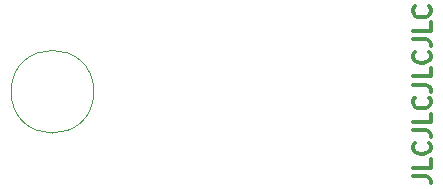
<source format=gbo>
G04 #@! TF.GenerationSoftware,KiCad,Pcbnew,8.0.8*
G04 #@! TF.CreationDate,2025-02-19T13:23:11-05:00*
G04 #@! TF.ProjectId,plot_gerbers,706c6f74-5f67-4657-9262-6572732e6b69,rev?*
G04 #@! TF.SameCoordinates,Original*
G04 #@! TF.FileFunction,Legend,Bot*
G04 #@! TF.FilePolarity,Positive*
%FSLAX46Y46*%
G04 Gerber Fmt 4.6, Leading zero omitted, Abs format (unit mm)*
G04 Created by KiCad (PCBNEW 8.0.8) date 2025-02-19 13:23:11*
%MOMM*%
%LPD*%
G01*
G04 APERTURE LIST*
%ADD10C,0.300000*%
%ADD11C,0.100000*%
%ADD12R,1.700000X1.700000*%
%ADD13O,1.700000X1.700000*%
G04 APERTURE END LIST*
D10*
X178930828Y-111176917D02*
X180002257Y-111176917D01*
X180002257Y-111176917D02*
X180216542Y-111248346D01*
X180216542Y-111248346D02*
X180359400Y-111391203D01*
X180359400Y-111391203D02*
X180430828Y-111605489D01*
X180430828Y-111605489D02*
X180430828Y-111748346D01*
X180430828Y-109748346D02*
X180430828Y-110462632D01*
X180430828Y-110462632D02*
X178930828Y-110462632D01*
X180287971Y-108391203D02*
X180359400Y-108462631D01*
X180359400Y-108462631D02*
X180430828Y-108676917D01*
X180430828Y-108676917D02*
X180430828Y-108819774D01*
X180430828Y-108819774D02*
X180359400Y-109034060D01*
X180359400Y-109034060D02*
X180216542Y-109176917D01*
X180216542Y-109176917D02*
X180073685Y-109248346D01*
X180073685Y-109248346D02*
X179787971Y-109319774D01*
X179787971Y-109319774D02*
X179573685Y-109319774D01*
X179573685Y-109319774D02*
X179287971Y-109248346D01*
X179287971Y-109248346D02*
X179145114Y-109176917D01*
X179145114Y-109176917D02*
X179002257Y-109034060D01*
X179002257Y-109034060D02*
X178930828Y-108819774D01*
X178930828Y-108819774D02*
X178930828Y-108676917D01*
X178930828Y-108676917D02*
X179002257Y-108462631D01*
X179002257Y-108462631D02*
X179073685Y-108391203D01*
X178930828Y-107319774D02*
X180002257Y-107319774D01*
X180002257Y-107319774D02*
X180216542Y-107391203D01*
X180216542Y-107391203D02*
X180359400Y-107534060D01*
X180359400Y-107534060D02*
X180430828Y-107748346D01*
X180430828Y-107748346D02*
X180430828Y-107891203D01*
X180430828Y-105891203D02*
X180430828Y-106605489D01*
X180430828Y-106605489D02*
X178930828Y-106605489D01*
X180287971Y-104534060D02*
X180359400Y-104605488D01*
X180359400Y-104605488D02*
X180430828Y-104819774D01*
X180430828Y-104819774D02*
X180430828Y-104962631D01*
X180430828Y-104962631D02*
X180359400Y-105176917D01*
X180359400Y-105176917D02*
X180216542Y-105319774D01*
X180216542Y-105319774D02*
X180073685Y-105391203D01*
X180073685Y-105391203D02*
X179787971Y-105462631D01*
X179787971Y-105462631D02*
X179573685Y-105462631D01*
X179573685Y-105462631D02*
X179287971Y-105391203D01*
X179287971Y-105391203D02*
X179145114Y-105319774D01*
X179145114Y-105319774D02*
X179002257Y-105176917D01*
X179002257Y-105176917D02*
X178930828Y-104962631D01*
X178930828Y-104962631D02*
X178930828Y-104819774D01*
X178930828Y-104819774D02*
X179002257Y-104605488D01*
X179002257Y-104605488D02*
X179073685Y-104534060D01*
X178930828Y-103462631D02*
X180002257Y-103462631D01*
X180002257Y-103462631D02*
X180216542Y-103534060D01*
X180216542Y-103534060D02*
X180359400Y-103676917D01*
X180359400Y-103676917D02*
X180430828Y-103891203D01*
X180430828Y-103891203D02*
X180430828Y-104034060D01*
X180430828Y-102034060D02*
X180430828Y-102748346D01*
X180430828Y-102748346D02*
X178930828Y-102748346D01*
X180287971Y-100676917D02*
X180359400Y-100748345D01*
X180359400Y-100748345D02*
X180430828Y-100962631D01*
X180430828Y-100962631D02*
X180430828Y-101105488D01*
X180430828Y-101105488D02*
X180359400Y-101319774D01*
X180359400Y-101319774D02*
X180216542Y-101462631D01*
X180216542Y-101462631D02*
X180073685Y-101534060D01*
X180073685Y-101534060D02*
X179787971Y-101605488D01*
X179787971Y-101605488D02*
X179573685Y-101605488D01*
X179573685Y-101605488D02*
X179287971Y-101534060D01*
X179287971Y-101534060D02*
X179145114Y-101462631D01*
X179145114Y-101462631D02*
X179002257Y-101319774D01*
X179002257Y-101319774D02*
X178930828Y-101105488D01*
X178930828Y-101105488D02*
X178930828Y-100962631D01*
X178930828Y-100962631D02*
X179002257Y-100748345D01*
X179002257Y-100748345D02*
X179073685Y-100676917D01*
X178930828Y-99605488D02*
X180002257Y-99605488D01*
X180002257Y-99605488D02*
X180216542Y-99676917D01*
X180216542Y-99676917D02*
X180359400Y-99819774D01*
X180359400Y-99819774D02*
X180430828Y-100034060D01*
X180430828Y-100034060D02*
X180430828Y-100176917D01*
X180430828Y-98176917D02*
X180430828Y-98891203D01*
X180430828Y-98891203D02*
X178930828Y-98891203D01*
X180287971Y-96819774D02*
X180359400Y-96891202D01*
X180359400Y-96891202D02*
X180430828Y-97105488D01*
X180430828Y-97105488D02*
X180430828Y-97248345D01*
X180430828Y-97248345D02*
X180359400Y-97462631D01*
X180359400Y-97462631D02*
X180216542Y-97605488D01*
X180216542Y-97605488D02*
X180073685Y-97676917D01*
X180073685Y-97676917D02*
X179787971Y-97748345D01*
X179787971Y-97748345D02*
X179573685Y-97748345D01*
X179573685Y-97748345D02*
X179287971Y-97676917D01*
X179287971Y-97676917D02*
X179145114Y-97605488D01*
X179145114Y-97605488D02*
X179002257Y-97462631D01*
X179002257Y-97462631D02*
X178930828Y-97248345D01*
X178930828Y-97248345D02*
X178930828Y-97105488D01*
X178930828Y-97105488D02*
X179002257Y-96891202D01*
X179002257Y-96891202D02*
X179073685Y-96819774D01*
D11*
X151910000Y-104040000D02*
G75*
G02*
X144910000Y-104040000I-3500000J0D01*
G01*
X144910000Y-104040000D02*
G75*
G02*
X151910000Y-104040000I3500000J0D01*
G01*
%LPC*%
D12*
X119190000Y-93890000D03*
D13*
X121730000Y-93890000D03*
X119190000Y-96430000D03*
X121730000Y-96430000D03*
X119190000Y-98970000D03*
X121730000Y-98970000D03*
X119190000Y-101510000D03*
X121730000Y-101510000D03*
X119190000Y-104050000D03*
X121730000Y-104050000D03*
X119190000Y-106590000D03*
X121730000Y-106590000D03*
X119190000Y-109130000D03*
X121730000Y-109130000D03*
X119190000Y-111670000D03*
X121730000Y-111670000D03*
X119190000Y-114210000D03*
X121730000Y-114210000D03*
%LPD*%
M02*

</source>
